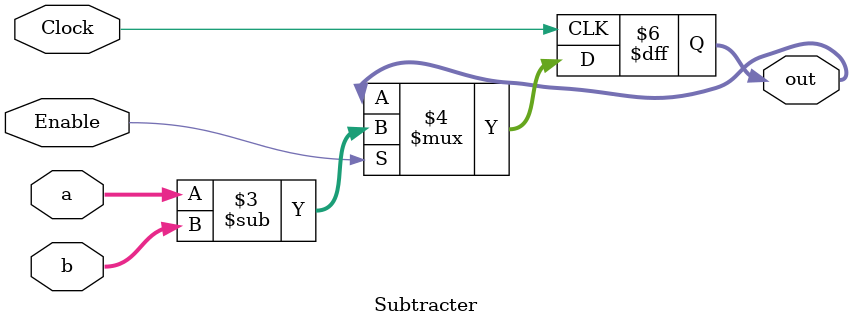
<source format=v>
/*
	Subtracter.v
*/
	
`timescale 1ns / 1ps

module Subtracter #(parameter Width = 8)
                   (output reg [Width-1:0] out, 
                    input wire      [Width-1:0] a, 
                    input wire      [Width-1:0] b,
	  		        input wire Enable,
                    input wire Clock);
    
    always @ (posedge Clock)
    begin
	    if (Enable == 1)
		begin
		    out <= a - b;                           
		end
	end 	
endmodule

</source>
